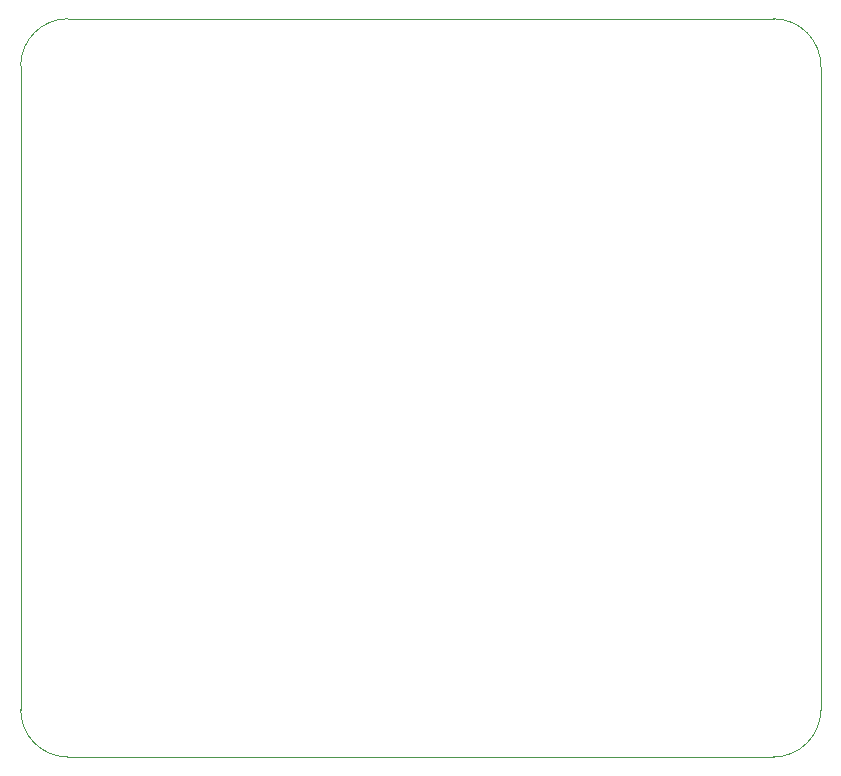
<source format=gm1>
G04 #@! TF.GenerationSoftware,KiCad,Pcbnew,8.0.5*
G04 #@! TF.CreationDate,2024-10-14T19:38:48-05:00*
G04 #@! TF.ProjectId,USBCPowerPCB,55534243-506f-4776-9572-5043422e6b69,rev?*
G04 #@! TF.SameCoordinates,Original*
G04 #@! TF.FileFunction,Profile,NP*
%FSLAX46Y46*%
G04 Gerber Fmt 4.6, Leading zero omitted, Abs format (unit mm)*
G04 Created by KiCad (PCBNEW 8.0.5) date 2024-10-14 19:38:48*
%MOMM*%
%LPD*%
G01*
G04 APERTURE LIST*
G04 #@! TA.AperFunction,Profile*
%ADD10C,0.100000*%
G04 #@! TD*
G04 APERTURE END LIST*
D10*
X114100001Y-145600311D02*
G75*
G02*
X110100002Y-141549999I-1J4000311D01*
G01*
X177850313Y-141600000D02*
G75*
G02*
X173800001Y-145600001I-4000313J0D01*
G01*
X114100000Y-83100000D02*
X173850000Y-83099688D01*
X110100000Y-87100000D02*
G75*
G02*
X114100000Y-83100000I4000000J0D01*
G01*
X173850000Y-83099688D02*
G75*
G02*
X177850000Y-87150000I0J-4000312D01*
G01*
X173900000Y-145600000D02*
X114050000Y-145600000D01*
X177850000Y-87150000D02*
X177850000Y-141600000D01*
X110100000Y-87100000D02*
X110100000Y-141600000D01*
M02*

</source>
